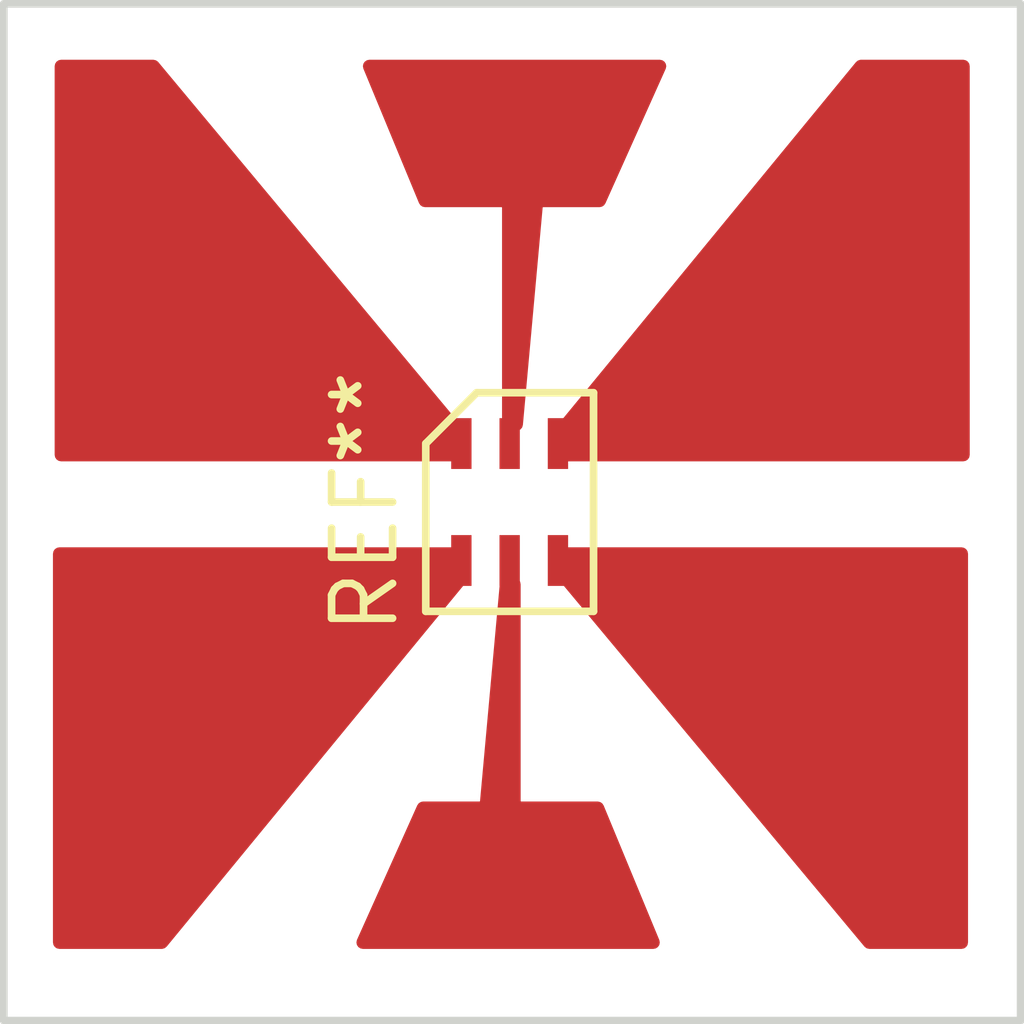
<source format=kicad_pcb>
(kicad_pcb (version 4) (host pcbnew 4.0.1-stable)

  (general
    (links 0)
    (no_connects 0)
    (area 114.924999 74.924999 135.075001 95.075001)
    (thickness 1.6)
    (drawings 4)
    (tracks 0)
    (zones 0)
    (modules 1)
    (nets 1)
  )

  (page A4)
  (layers
    (0 F.Cu signal)
    (31 B.Cu signal)
    (32 B.Adhes user)
    (33 F.Adhes user)
    (34 B.Paste user)
    (35 F.Paste user)
    (36 B.SilkS user)
    (37 F.SilkS user)
    (38 B.Mask user)
    (39 F.Mask user)
    (40 Dwgs.User user)
    (41 Cmts.User user)
    (42 Eco1.User user)
    (43 Eco2.User user)
    (44 Edge.Cuts user)
    (45 Margin user)
    (46 B.CrtYd user)
    (47 F.CrtYd user)
    (48 B.Fab user)
    (49 F.Fab user)
  )

  (setup
    (last_trace_width 0.25)
    (trace_clearance 0.2)
    (zone_clearance 0.508)
    (zone_45_only no)
    (trace_min 0.2)
    (segment_width 0.2)
    (edge_width 0.15)
    (via_size 0.6)
    (via_drill 0.4)
    (via_min_size 0.4)
    (via_min_drill 0.3)
    (uvia_size 0.3)
    (uvia_drill 0.1)
    (uvias_allowed no)
    (uvia_min_size 0.2)
    (uvia_min_drill 0.1)
    (pcb_text_width 0.3)
    (pcb_text_size 1.5 1.5)
    (mod_edge_width 0.15)
    (mod_text_size 1 1)
    (mod_text_width 0.15)
    (pad_size 1.524 1.524)
    (pad_drill 0.762)
    (pad_to_mask_clearance 0.2)
    (aux_axis_origin 0 0)
    (visible_elements FFFFFF7F)
    (pcbplotparams
      (layerselection 0x00000_00000001)
      (usegerberextensions false)
      (excludeedgelayer true)
      (linewidth 0.100000)
      (plotframeref false)
      (viasonmask false)
      (mode 1)
      (useauxorigin false)
      (hpglpennumber 1)
      (hpglpenspeed 20)
      (hpglpendiameter 15)
      (hpglpenoverlay 2)
      (psnegative false)
      (psa4output false)
      (plotreference true)
      (plotvalue true)
      (plotinvisibletext false)
      (padsonsilk false)
      (subtractmaskfromsilk false)
      (outputformat 1)
      (mirror false)
      (drillshape 0)
      (scaleselection 1)
      (outputdirectory ""))
  )

  (net 0 "")

  (net_class Default "This is the default net class."
    (clearance 0.2)
    (trace_width 0.25)
    (via_dia 0.6)
    (via_drill 0.4)
    (uvia_dia 0.3)
    (uvia_drill 0.1)
  )

  (module SOT457 (layer F.Cu) (tedit 0) (tstamp 57F46C7C)
    (at 124.95 84.8)
    (fp_text reference REF** (at -2.85 0 90) (layer F.SilkS)
      (effects (font (size 1.2 1.2) (thickness 0.15)))
    )
    (fp_text value SOIC-6 (at 0 0) (layer F.Fab)
      (effects (font (size 1.2 1.2) (thickness 0.15)))
    )
    (fp_line (start -0.65 -2.15) (end -1.65 -1.15) (layer F.SilkS) (width 0.15))
    (fp_line (start -1.65 -1.15) (end -1.65 2.15) (layer F.SilkS) (width 0.15))
    (fp_line (start -1.65 2.15) (end 1.65 2.15) (layer F.SilkS) (width 0.15))
    (fp_line (start 1.65 2.15) (end 1.65 -2.15) (layer F.SilkS) (width 0.15))
    (fp_line (start 1.65 -2.15) (end -0.65 -2.15) (layer F.SilkS) (width 0.15))
    (pad 6 smd rect (at -0.95 -1.15) (size 0.4 1) (layers F.Cu F.Paste F.Mask))
    (pad 1 smd rect (at -0.95 1.15) (size 0.4 1) (layers F.Cu F.Paste F.Mask))
    (pad 5 smd rect (at 0 -1.15) (size 0.4 1) (layers F.Cu F.Paste F.Mask))
    (pad 2 smd rect (at 0 1.15) (size 0.4 1) (layers F.Cu F.Paste F.Mask))
    (pad 4 smd rect (at 0.95 -1.15) (size 0.4 1) (layers F.Cu F.Paste F.Mask))
    (pad 3 smd rect (at 0.95 1.15) (size 0.4 1) (layers F.Cu F.Paste F.Mask))
  )

  (gr_line (start 115 95) (end 115 75) (layer Edge.Cuts) (width 0.15))
  (gr_line (start 135 95) (end 115 95) (layer Edge.Cuts) (width 0.15))
  (gr_line (start 135 75) (end 135 95) (layer Edge.Cuts) (width 0.15))
  (gr_line (start 115 75) (end 135 75) (layer Edge.Cuts) (width 0.15))

  (zone (net 0) (net_name "") (layer F.Cu) (tstamp 0) (hatch edge 0.508)
    (connect_pads (clearance 0.508))
    (min_thickness 0.254)
    (fill yes (arc_segments 16) (thermal_gap 0.508) (thermal_bridge_width 0.508))
    (polygon
      (pts
        (xy 124 84) (xy 116 84) (xy 116 76.1) (xy 118 76.1) (xy 124 83.3)
      )
    )
    (filled_polygon
      (pts
        (xy 123.873 83.34598) (xy 123.873 83.873) (xy 116.127 83.873) (xy 116.127 76.227) (xy 117.940517 76.227)
      )
    )
  )
  (zone (net 0) (net_name "") (layer F.Cu) (tstamp 0) (hatch edge 0.508)
    (connect_pads (clearance 0.508))
    (min_thickness 0.254)
    (fill yes (arc_segments 16) (thermal_gap 0.508) (thermal_bridge_width 0.508))
    (polygon
      (pts
        (xy 124.8 83.4) (xy 124.8 79) (xy 123.2 79) (xy 122 76.1) (xy 128.1 76.1)
        (xy 126.8 79) (xy 125.6 79) (xy 125.2 83.4)
      )
    )
    (filled_polygon
      (pts
        (xy 126.717754 78.873) (xy 125.6 78.873) (xy 125.55059 78.883006) (xy 125.508965 78.911447) (xy 125.481685 78.953841)
        (xy 125.473522 78.988502) (xy 125.084022 83.273) (xy 124.927 83.273) (xy 124.927 79) (xy 124.916994 78.95059)
        (xy 124.888553 78.908965) (xy 124.846159 78.881685) (xy 124.8 78.873) (xy 123.284892 78.873) (xy 122.189995 76.227)
        (xy 127.903892 76.227)
      )
    )
  )
  (zone (net 0) (net_name "") (layer F.Cu) (tstamp 0) (hatch edge 0.508)
    (connect_pads (clearance 0.508))
    (min_thickness 0.254)
    (fill yes (arc_segments 16) (thermal_gap 0.508) (thermal_bridge_width 0.508))
    (polygon
      (pts
        (xy 125.8 83.4) (xy 131.8 76.1) (xy 134 76.1) (xy 134 84) (xy 125.8 84)
      )
    )
    (filled_polygon
      (pts
        (xy 133.873 83.873) (xy 125.927 83.873) (xy 125.927 83.445495) (xy 131.86001 76.227) (xy 133.873 76.227)
      )
    )
  )
  (zone (net 0) (net_name "") (layer F.Cu) (tstamp 57F46E00) (hatch edge 0.508)
    (connect_pads (clearance 0.508))
    (min_thickness 0.254)
    (fill yes (arc_segments 16) (thermal_gap 0.508) (thermal_bridge_width 0.508))
    (polygon
      (pts
        (xy 125.166416 86.29047) (xy 125.166416 90.69047) (xy 126.766416 90.69047) (xy 127.966416 93.59047) (xy 121.866416 93.59047)
        (xy 123.166416 90.69047) (xy 124.366416 90.69047) (xy 124.766416 86.29047)
      )
    )
    (filled_polygon
      (pts
        (xy 125.039416 90.69047) (xy 125.049422 90.73988) (xy 125.077863 90.781505) (xy 125.120257 90.808785) (xy 125.166416 90.81747)
        (xy 126.681524 90.81747) (xy 127.776421 93.46347) (xy 122.062524 93.46347) (xy 123.248662 90.81747) (xy 124.366416 90.81747)
        (xy 124.415826 90.807464) (xy 124.457451 90.779023) (xy 124.484731 90.736629) (xy 124.492894 90.701968) (xy 124.882394 86.41747)
        (xy 125.039416 86.41747)
      )
    )
  )
  (zone (net 0) (net_name "") (layer F.Cu) (tstamp 57F46E01) (hatch edge 0.508)
    (connect_pads (clearance 0.508))
    (min_thickness 0.254)
    (fill yes (arc_segments 16) (thermal_gap 0.508) (thermal_bridge_width 0.508))
    (polygon
      (pts
        (xy 125.966416 85.69047) (xy 133.966416 85.69047) (xy 133.966416 93.59047) (xy 131.966416 93.59047) (xy 125.966416 86.39047)
      )
    )
    (filled_polygon
      (pts
        (xy 133.839416 93.46347) (xy 132.025899 93.46347) (xy 126.093416 86.34449) (xy 126.093416 85.81747) (xy 133.839416 85.81747)
      )
    )
  )
  (zone (net 0) (net_name "") (layer F.Cu) (tstamp 57F46E02) (hatch edge 0.508)
    (connect_pads (clearance 0.508))
    (min_thickness 0.254)
    (fill yes (arc_segments 16) (thermal_gap 0.508) (thermal_bridge_width 0.508))
    (polygon
      (pts
        (xy 124.166416 86.29047) (xy 118.166416 93.59047) (xy 115.966416 93.59047) (xy 115.966416 85.69047) (xy 124.166416 85.69047)
      )
    )
    (filled_polygon
      (pts
        (xy 124.039416 86.244975) (xy 118.106406 93.46347) (xy 116.093416 93.46347) (xy 116.093416 85.81747) (xy 124.039416 85.81747)
      )
    )
  )
)

</source>
